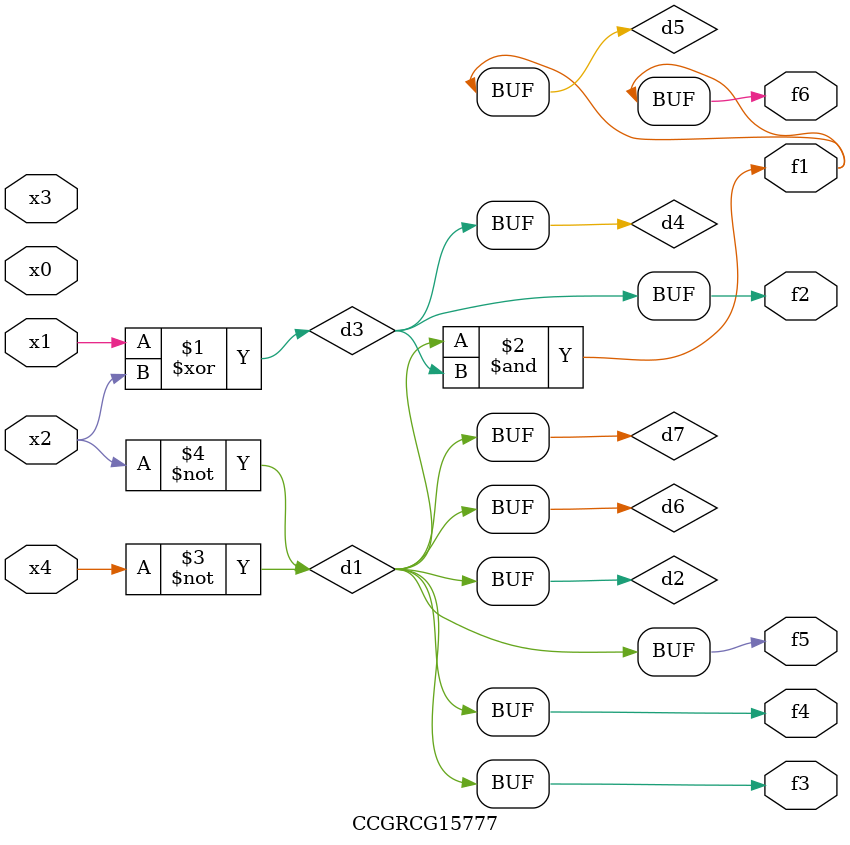
<source format=v>
module CCGRCG15777(
	input x0, x1, x2, x3, x4,
	output f1, f2, f3, f4, f5, f6
);

	wire d1, d2, d3, d4, d5, d6, d7;

	not (d1, x4);
	not (d2, x2);
	xor (d3, x1, x2);
	buf (d4, d3);
	and (d5, d1, d3);
	buf (d6, d1, d2);
	buf (d7, d2);
	assign f1 = d5;
	assign f2 = d4;
	assign f3 = d7;
	assign f4 = d7;
	assign f5 = d7;
	assign f6 = d5;
endmodule

</source>
